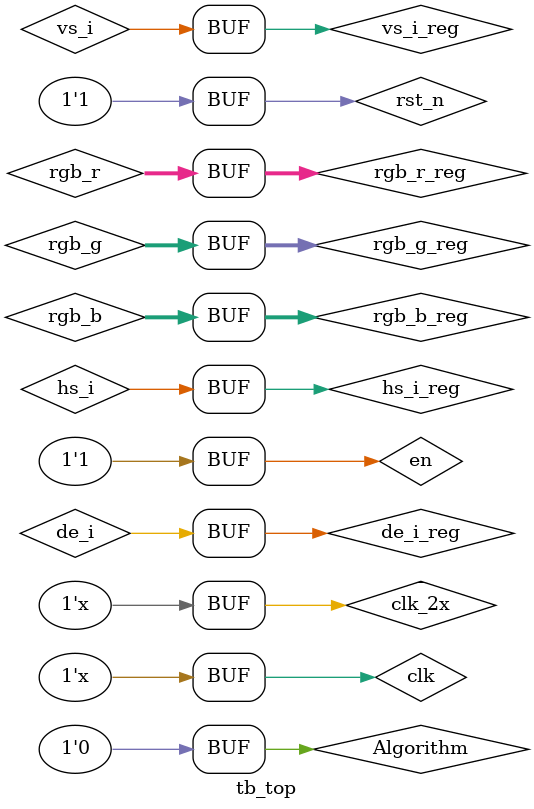
<source format=v>
`timescale 1ns / 1ps

`define VIDEO_480_272

module tb_top(
//    input wire clk,
//    input wire clk_2x,
//    input wire clk_5x,
//    input wire rst_n
);

// port declaration
reg clk = 0;
reg clk_2x = 0;
//reg clk_5x = 0;
reg rst_n = 0;
reg en = 0;
always #5   clk = ~clk;
always #2.5 clk_2x = ~clk_2x;
//always #1   clk_5x = ~clk_5x;

initial
begin
    #100 rst_n = 1'b1;
    #1000000 en = 1'b1;
end

//video timing parameter definition
`ifdef  VIDEO_480_272   //480x272 9Mhz
    parameter H_DISP = 16'd480;     //horizontal active time (pixels)                      
    parameter H_FRONT = 16'd2;      //horizontal front porch (pixels)                       
    parameter H_SYNC = 16'd41;      //horizontal sync time(pixels)                         
    parameter H_BACK = 16'd2;       //horizontal back porch (pixels)                       
    parameter V_DISP = 16'd272;     //vertical active Time (lines)                         
    parameter V_FRONT  = 16'd2;     //vertical front porch (lines)                         
    parameter V_SYNC  = 16'd10;     //vertical sync time (lines)                           
    parameter V_BACK  = 16'd2;      //vertical back porch (lines)                          
    parameter HS_POL = 1'b1;        //vertical sync polarity, 1 : POSITIVE,0 : NEGATIVE;   
    parameter VS_POL = 1'b1;        //horizontal sync polarity, 1 : POSITIVE,0 : NEGATIVE; 
//    parameter HS_POL = 1'b0;      
//    parameter VS_POL = 1'b0;      
`endif
`ifdef  VIDEO_640_480   //640x480 25.175Mhz
    parameter H_DISP = 16'd640; 
    parameter H_FRONT = 16'd16;      
    parameter H_SYNC = 16'd96;    
    parameter H_BACK = 16'd48;      
    parameter V_DISP = 16'd480; 
    parameter V_FRONT  = 16'd10;    
    parameter V_SYNC  = 16'd2;    
    parameter V_BACK  = 16'd33;    
    parameter HS_POL = 1'b0;
    parameter VS_POL = 1'b0;
`endif
`ifdef  VIDEO_800_480   //800x480 33Mhz
    parameter H_DISP = 16'd800; 
    parameter H_FRONT = 16'd40;      
    parameter H_SYNC = 16'd128;   
    parameter H_BACK = 16'd88;      
    parameter V_DISP = 16'd480; 
    parameter V_FRONT  = 16'd1;     
    parameter V_SYNC  = 16'd3;    
    parameter V_BACK  = 16'd21;    
    parameter HS_POL = 1'b0;
    parameter VS_POL = 1'b0;
`endif
`ifdef  VIDEO_800_600   //800x600 40Mhz
    parameter H_DISP = 16'd800; 
    parameter H_FRONT = 16'd40;      
    parameter H_SYNC = 16'd128;   
    parameter H_BACK = 16'd88;      
    parameter V_DISP = 16'd600; 
    parameter V_FRONT  = 16'd1;     
    parameter V_SYNC  = 16'd4;    
    parameter V_BACK  = 16'd23;    
    parameter HS_POL = 1'b1;
    parameter VS_POL = 1'b1;
`endif
`ifdef  VIDEO_1280_720
    parameter H_DISP = 16'd1280;    
    parameter H_FRONT = 16'd110;    
    parameter H_SYNC = 16'd40;      
    parameter H_BACK = 16'd220;     
    parameter V_DISP = 16'd720;     
    parameter V_FRONT  = 16'd5;     
    parameter V_SYNC  = 16'd5;      
    parameter V_BACK  = 16'd20;     
    parameter HS_POL = 1'b1;        
    parameter VS_POL = 1'b1;        
`endif
`ifdef  VIDEO_1024_768  //1024x768 65Mhz
    parameter H_DISP = 16'd1024;
    parameter H_FRONT = 16'd24;      
    parameter H_SYNC = 16'd136;   
    parameter H_BACK = 16'd160;     
    parameter V_DISP = 16'd768; 
    parameter V_FRONT  = 16'd3;      
    parameter V_SYNC  = 16'd6;    
    parameter V_BACK  = 16'd29;     
    parameter HS_POL = 1'b0;
    parameter VS_POL = 1'b0;
`endif
`ifdef  VIDEO_1920_1080 //1920x1080 148.5Mhz
    parameter H_DISP = 16'd1920;
    parameter H_FRONT = 16'd88;
    parameter H_SYNC = 16'd44;
    parameter H_BACK = 16'd148; 
    parameter V_DISP = 16'd1080;
    parameter V_FRONT  = 16'd4;
    parameter V_SYNC  = 16'd5;
    parameter V_BACK  = 16'd36;
    parameter HS_POL = 1'b1;
    parameter VS_POL = 1'b1;
`endif

// algorithm Parameters
parameter DATA_WIDTH          = 8 ;
parameter CHANNELS            = 3 ;
parameter BUFFER_SIZE         = 3 ;
parameter DISCARD_CNT_WIDTH   = 2 ;
parameter INPUT_X_RES_WIDTH   = 11;
parameter INPUT_Y_RES_WIDTH   = 11;
parameter OUTPUT_X_RES_WIDTH  = 11;
parameter OUTPUT_Y_RES_WIDTH  = 11;

// algorithm Inputs
//ÖÐ¼ä°ëÆÁ·Å´óÒ»±¶
parameter START_X = H_DISP / 4;
parameter START_Y = V_DISP / 4;
parameter END_X = H_DISP * 3 / 4;
parameter END_Y = V_DISP * 3 / 4;
parameter OUTPUT_X_RES = H_DISP - 1;    //Resolution of output data minus 1
parameter OUTPUT_Y_RES = V_DISP - 1;    //Resolution of output data minus 1

//È«ÆÁËõÐ¡Ò»±¶
//parameter START_X = 0;
//parameter START_Y = 0;
//parameter END_X = H_DISP;
//parameter END_Y = V_DISP;
//parameter OUTPUT_X_RES = H_DISP / 2 - 1;    //Resolution of output data minus 1
//parameter OUTPUT_Y_RES = V_DISP / 2 - 1;    //Resolution of output data minus 1

//×Ô¶¨Òå
//reg [INPUT_X_RES_WIDTH-1:0] START_X = 96;
//reg [INPUT_Y_RES_WIDTH-1:0] START_Y = 54;
//reg [OUTPUT_X_RES_WIDTH-1:0] END_X  = 384;
//reg [OUTPUT_Y_RES_WIDTH-1:0] END_Y  = 218;
//parameter OUTPUT_X_RES = H_DISP - 1;    //Resolution of output data minus 1
//parameter OUTPUT_Y_RES = V_DISP - 1;    //Resolution of output data minus 1

reg Algorithm = 0; // Ëã·¨Ñ¡Ôñ   0ÊÇË«ÏßÐÔ²åÖµ£¬1ÊÇÁÚ½üÓò
//reg Algorithm = 1; // Ëã·¨Ñ¡Ôñ   0ÊÇË«ÏßÐÔ²åÖµ£¬1ÊÇÁÚ½üÓò

wire hs_i,vs_i,de_i;
wire [DATA_WIDTH-1:0] rgb_r, rgb_g, rgb_b;
wire hs_i_reg,vs_i_reg,de_i_reg;
wire [DATA_WIDTH-1:0] rgb_r_reg, rgb_g_reg, rgb_b_reg;
//wire [DATA_WIDTH*CHANNELS-1:0] scaler_data;
//wire scaler_dataValid;
wire [DATA_WIDTH*CHANNELS-1:0] algorithm_data;
wire algorithm_dataValid;

assign rgb_r = en ? rgb_r_reg : 'dz;
assign rgb_g = en ? rgb_g_reg : 'dz;
assign rgb_b = en ? rgb_b_reg : 'dz;
assign hs_i  = en ? hs_i_reg  : 'dz;
assign vs_i  = en ? vs_i_reg  : 'dz;
assign de_i  = en ? de_i_reg  : 'dz;

color_bar #(
    .H_SYNC        ( H_SYNC        ),
    .H_BACK        ( H_BACK        ),
    .H_DISP        ( H_DISP        ),
    .H_FRONT       ( H_FRONT       ),
    .HS_POL        ( HS_POL        ),
    .V_SYNC        ( V_SYNC        ),
    .V_BACK        ( V_BACK        ),
    .V_DISP        ( V_DISP        ),
    .V_FRONT       ( V_FRONT       ),
    .VS_POL        ( VS_POL        ))
color_bar(
    .clk     ( clk   ),
    .rst     ( ~rst_n ),

    .hs      ( hs_i_reg ),
    .vs      ( vs_i_reg ),
    .de      ( de_i_reg ),
    .rgb_r   ( rgb_r_reg ),
    .rgb_g   ( rgb_g_reg ),
    .rgb_b   ( rgb_b_reg )
);

algorithm #(
    .H_SYNC             ( H_SYNC             ),
    .H_BACK             ( H_BACK             ),
    .H_DISP             ( H_DISP             ),
    .H_FRONT            ( H_FRONT            ),
    
    .V_SYNC             ( V_SYNC             ),
    .V_BACK             ( V_BACK             ),
    .V_DISP             ( V_DISP             ),
    .V_FRONT            ( V_FRONT            ),
    
    .DATA_WIDTH         ( DATA_WIDTH         ),
    .CHANNELS           ( CHANNELS           ),
    .BUFFER_SIZE        ( BUFFER_SIZE        ),
    
    .INPUT_X_RES_WIDTH  ( INPUT_X_RES_WIDTH  ),
    .INPUT_Y_RES_WIDTH  ( INPUT_Y_RES_WIDTH  ),
    .OUTPUT_X_RES_WIDTH ( OUTPUT_X_RES_WIDTH ),
    .OUTPUT_Y_RES_WIDTH ( OUTPUT_Y_RES_WIDTH ))
 algorithm (
    .clk                ( clk             ),
    .clk_2x             ( clk_2x          ),
//    .rst_n              ( rst_n           ),
    
    .START_X            ( START_X         ),
    .START_Y            ( START_Y         ),
    .END_X              ( END_X           ),
    .END_Y              ( END_Y           ),
    .outputXRes         ( OUTPUT_X_RES    ),
    .outputYRes         ( OUTPUT_Y_RES    ),
    
    .Algorithm          ( Algorithm       ),
    .hs_i               ( hs_i            ),
    .vs_i               ( vs_i            ),
    .de_i               ( de_i            ),
    .rgb_i              ({rgb_r,rgb_g,rgb_b}),
    
    .algorithm_data     (algorithm_data),
    .algorithm_dataValid(algorithm_dataValid)
//    .scaler_data        (scaler_data      ),
//    .scaler_dataValid   (scaler_dataValid )
);

endmodule

</source>
